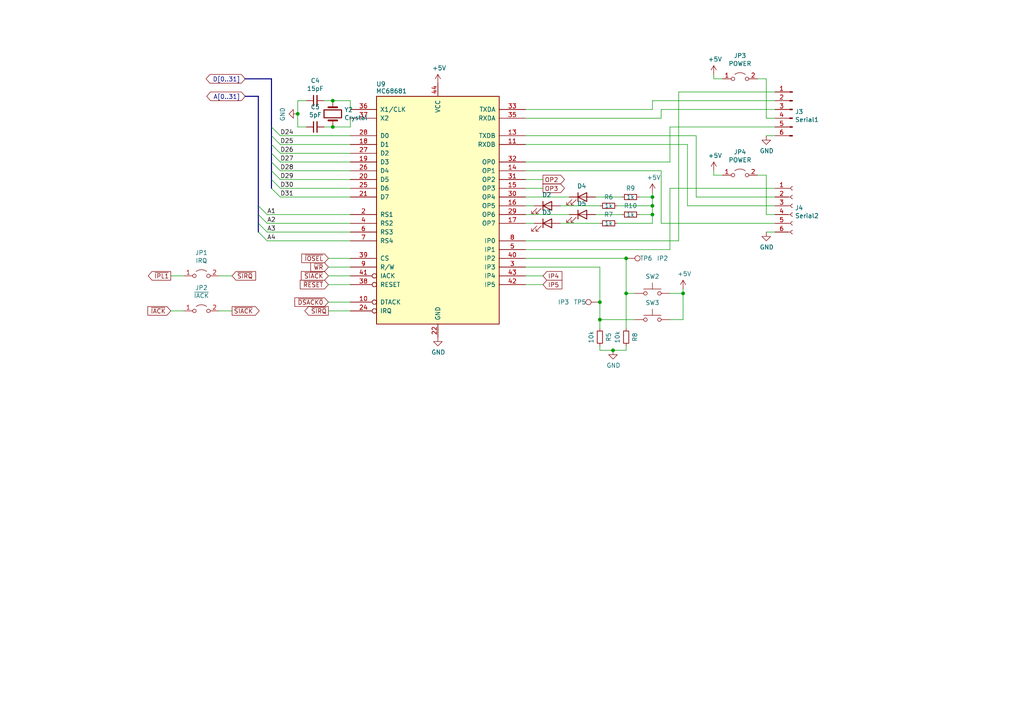
<source format=kicad_sch>
(kicad_sch (version 20231120) (generator "eeschema") (generator_version "8.0")
  (paper "A4")
  (title_block (title "k30s-VME") (rev "1"))
  (lib_symbols
    (symbol "74xGxx:74LVC1G32" (pin_names (offset 1.016))
      (property "Reference" "U" (at -2.54 3.81 0))
      (property "Value" "74LVC1G32" (at 0 -3.81 0))
      (symbol "74LVC1G32_1_1"
        (pin input line (at -7.62 1.27 0) (length 3.81) (name "~") (number "1"))
        (pin input line (at -7.62 -1.27 0) (length 3.81) (name "~") (number "2"))
        (pin power_in line (at 0 -2.54 270) (length 0) hide (name "GND") (number "3"))
        (pin output line (at 6.35 0 180) (length 3.81) (name "~") (number "4"))
        (pin power_in line (at 0 2.54 90) (length 0) hide (name "VCC") (number "5"))
      )
    )
    (symbol "74xx:74HC14" (pin_names (offset 1.016))
      (property "Reference" "U" (at 0 1.27 0))
      (property "Value" "74HC14" (at 0 -1.27 0))
      (symbol "74HC14_1_0"
        (pin input line (at -7.62 0 0) (length 3.81) (name "~") (number "1"))
        (pin output inverted (at 7.62 0 180) (length 3.81) (name "~") (number "2"))
      )
      (symbol "74HC14_2_0"
        (pin input line (at -7.62 0 0) (length 3.81) (name "~") (number "3"))
        (pin output inverted (at 7.62 0 180) (length 3.81) (name "~") (number "4"))
      )
      (symbol "74HC14_3_0"
        (pin input line (at -7.62 0 0) (length 3.81) (name "~") (number "5"))
        (pin output inverted (at 7.62 0 180) (length 3.81) (name "~") (number "6"))
      )
      (symbol "74HC14_4_0"
        (pin output inverted (at 7.62 0 180) (length 3.81) (name "~") (number "8"))
        (pin input line (at -7.62 0 0) (length 3.81) (name "~") (number "9"))
      )
      (symbol "74HC14_5_0"
        (pin output inverted (at 7.62 0 180) (length 3.81) (name "~") (number "10"))
        (pin input line (at -7.62 0 0) (length 3.81) (name "~") (number "11"))
      )
      (symbol "74HC14_6_0"
        (pin output inverted (at 7.62 0 180) (length 3.81) (name "~") (number "12"))
        (pin input line (at -7.62 0 0) (length 3.81) (name "~") (number "13"))
      )
      (symbol "74HC14_7_0"
        (pin power_in line (at 0 12.7 270) (length 5.08) (name "VCC") (number "14"))
        (pin power_in line (at 0 -12.7 90) (length 5.08) (name "GND") (number "7"))
      )
    )
    (symbol "74xx:74LS32" (pin_names (offset 1.016))
      (property "Reference" "U" (at 0 1.27 0))
      (property "Value" "74LS32" (at 0 -1.27 0))
      (symbol "74LS32_1_1"
        (pin input line (at -7.62 2.54 0) (length 4.318) (name "~") (number "1"))
        (pin input line (at -7.62 -2.54 0) (length 4.318) (name "~") (number "2"))
        (pin output line (at 7.62 0 180) (length 3.81) (name "~") (number "3"))
      )
      (symbol "74LS32_1_2"
        (pin input inverted (at -7.62 2.54 0) (length 3.81) (name "~") (number "1"))
        (pin input inverted (at -7.62 -2.54 0) (length 3.81) (name "~") (number "2"))
        (pin output inverted (at 7.62 0 180) (length 3.81) (name "~") (number "3"))
      )
      (symbol "74LS32_2_1"
        (pin input line (at -7.62 2.54 0) (length 4.318) (name "~") (number "4"))
        (pin input line (at -7.62 -2.54 0) (length 4.318) (name "~") (number "5"))
        (pin output line (at 7.62 0 180) (length 3.81) (name "~") (number "6"))
      )
      (symbol "74LS32_2_2"
        (pin input inverted (at -7.62 2.54 0) (length 3.81) (name "~") (number "4"))
        (pin input inverted (at -7.62 -2.54 0) (length 3.81) (name "~") (number "5"))
        (pin output inverted (at 7.62 0 180) (length 3.81) (name "~") (number "6"))
      )
      (symbol "74LS32_3_1"
        (pin input line (at -7.62 -2.54 0) (length 4.318) (name "~") (number "10"))
        (pin output line (at 7.62 0 180) (length 3.81) (name "~") (number "8"))
        (pin input line (at -7.62 2.54 0) (length 4.318) (name "~") (number "9"))
      )
      (symbol "74LS32_3_2"
        (pin input inverted (at -7.62 -2.54 0) (length 3.81) (name "~") (number "10"))
        (pin output inverted (at 7.62 0 180) (length 3.81) (name "~") (number "8"))
        (pin input inverted (at -7.62 2.54 0) (length 3.81) (name "~") (number "9"))
      )
      (symbol "74LS32_4_1"
        (pin output line (at 7.62 0 180) (length 3.81) (name "~") (number "11"))
        (pin input line (at -7.62 2.54 0) (length 4.318) (name "~") (number "12"))
        (pin input line (at -7.62 -2.54 0) (length 4.318) (name "~") (number "13"))
      )
      (symbol "74LS32_4_2"
        (pin output inverted (at 7.62 0 180) (length 3.81) (name "~") (number "11"))
        (pin input inverted (at -7.62 2.54 0) (length 3.81) (name "~") (number "12"))
        (pin input inverted (at -7.62 -2.54 0) (length 3.81) (name "~") (number "13"))
      )
      (symbol "74LS32_5_0"
        (pin power_in line (at 0 12.7 270) (length 5.08) (name "VCC") (number "14"))
        (pin power_in line (at 0 -12.7 90) (length 5.08) (name "GND") (number "7"))
      )
    )
    (symbol "Computie_68k:MC68681-PLCC" (pin_names (offset 1.016))
      (property "Reference" "U" (at 0 3.81 0))
      (property "Value" "MC68681-PLCC" (at 0 -2.54 0))
      (symbol "MC68681-PLCC_1_1"
        (pin open_collector inverted (at -25.4 -25.4 0) (length 7.62) (name "DTACK") (number "10"))
        (pin input line (at 25.4 20.32 180) (length 7.62) (name "RXDB") (number "11"))
        (pin output line (at 25.4 22.86 180) (length 7.62) (name "TXDB") (number "13"))
        (pin output line (at 25.4 12.7 180) (length 7.62) (name "OP1") (number "14"))
        (pin output line (at 25.4 7.62 180) (length 7.62) (name "OP3") (number "15"))
        (pin output line (at 25.4 2.54 180) (length 7.62) (name "OP5") (number "16"))
        (pin output line (at 25.4 -2.54 180) (length 7.62) (name "OP7") (number "17"))
        (pin tri_state line (at -25.4 20.32 0) (length 7.62) (name "D1") (number "18"))
        (pin tri_state line (at -25.4 15.24 0) (length 7.62) (name "D3") (number "19"))
        (pin input line (at -25.4 0 0) (length 7.62) (name "RS1") (number "2"))
        (pin tri_state line (at -25.4 10.16 0) (length 7.62) (name "D5") (number "20"))
        (pin tri_state line (at -25.4 5.08 0) (length 7.62) (name "D7") (number "21"))
        (pin power_in line (at 0 -35.56 90) (length 3.81) (name "GND") (number "22"))
        (pin output inverted (at -25.4 -27.94 0) (length 7.62) (name "IRQ") (number "24"))
        (pin tri_state line (at -25.4 7.62 0) (length 7.62) (name "D6") (number "25"))
        (pin tri_state line (at -25.4 12.7 0) (length 7.62) (name "D4") (number "26"))
        (pin tri_state line (at -25.4 17.78 0) (length 7.62) (name "D2") (number "27"))
        (pin tri_state line (at -25.4 22.86 0) (length 7.62) (name "D0") (number "28"))
        (pin output line (at 25.4 0 180) (length 7.62) (name "OP6") (number "29"))
        (pin input line (at 25.4 -15.24 180) (length 7.62) (name "IP3") (number "3"))
        (pin output line (at 25.4 5.08 180) (length 7.62) (name "OP4") (number "30"))
        (pin output line (at 25.4 10.16 180) (length 7.62) (name "OP2") (number "31"))
        (pin output line (at 25.4 15.24 180) (length 7.62) (name "OP0") (number "32"))
        (pin output line (at 25.4 30.48 180) (length 7.62) (name "TXDA") (number "33"))
        (pin input line (at 25.4 27.94 180) (length 7.62) (name "RXDA") (number "35"))
        (pin input line (at -25.4 30.48 0) (length 7.62) (name "X1/CLK") (number "36"))
        (pin input line (at -25.4 27.94 0) (length 7.62) (name "X2") (number "37"))
        (pin input inverted (at -25.4 -20.32 0) (length 7.62) (name "RESET") (number "38"))
        (pin input line (at -25.4 -12.7 0) (length 7.62) (name "CS") (number "39"))
        (pin input line (at -25.4 -2.54 0) (length 7.62) (name "RS2") (number "4"))
        (pin input line (at 25.4 -12.7 180) (length 7.62) (name "IP2") (number "40"))
        (pin input inverted (at -25.4 -17.78 0) (length 7.62) (name "IACK") (number "41"))
        (pin input line (at 25.4 -20.32 180) (length 7.62) (name "IP5") (number "42"))
        (pin input line (at 25.4 -17.78 180) (length 7.62) (name "IP4") (number "43"))
        (pin power_in line (at 0 38.1 270) (length 3.81) (name "VCC") (number "44"))
        (pin input line (at 25.4 -10.16 180) (length 7.62) (name "IP1") (number "5"))
        (pin input line (at -25.4 -5.08 0) (length 7.62) (name "RS3") (number "6"))
        (pin input line (at -25.4 -7.62 0) (length 7.62) (name "RS4") (number "7"))
        (pin input line (at 25.4 -7.62 180) (length 7.62) (name "IP0") (number "8"))
        (pin input line (at -25.4 -15.24 0) (length 7.62) (name "R/W") (number "9"))
      )
    )
    (symbol "Connector:Conn_01x06_Female" (pin_names (offset 1.016) hide)
      (property "Reference" "J" (at 0 7.62 0))
      (property "Value" "Conn_01x06_Female" (at 0 -10.16 0))
      (symbol "Conn_01x06_Female_1_1"
        (pin passive line (at -5.08 5.08 0) (length 3.81) (name "Pin_1") (number "1"))
        (pin passive line (at -5.08 2.54 0) (length 3.81) (name "Pin_2") (number "2"))
        (pin passive line (at -5.08 0 0) (length 3.81) (name "Pin_3") (number "3"))
        (pin passive line (at -5.08 -2.54 0) (length 3.81) (name "Pin_4") (number "4"))
        (pin passive line (at -5.08 -5.08 0) (length 3.81) (name "Pin_5") (number "5"))
        (pin passive line (at -5.08 -7.62 0) (length 3.81) (name "Pin_6") (number "6"))
      )
    )
    (symbol "Connector:Conn_01x06_Male" (pin_names (offset 1.016) hide)
      (property "Reference" "J" (at 0 7.62 0))
      (property "Value" "Conn_01x06_Male" (at 0 -10.16 0))
      (symbol "Conn_01x06_Male_1_1"
        (pin passive line (at 5.08 5.08 180) (length 3.81) (name "Pin_1") (number "1"))
        (pin passive line (at 5.08 2.54 180) (length 3.81) (name "Pin_2") (number "2"))
        (pin passive line (at 5.08 0 180) (length 3.81) (name "Pin_3") (number "3"))
        (pin passive line (at 5.08 -2.54 180) (length 3.81) (name "Pin_4") (number "4"))
        (pin passive line (at 5.08 -5.08 180) (length 3.81) (name "Pin_5") (number "5"))
        (pin passive line (at 5.08 -7.62 180) (length 3.81) (name "Pin_6") (number "6"))
      )
    )
    (symbol "Connector:TestPoint" (pin_numbers hide) (pin_names (offset 0.762) hide)
      (property "Reference" "TP" (at 0 6.858 0))
      (property "Value" "TestPoint" (at 0 5.08 0))
      (symbol "TestPoint_1_1"
        (pin passive line (at 0 0 90) (length 2.54) (name "1") (number "1"))
      )
    )
    (symbol "Connector_Generic:Conn_02x25_Top_Bottom" (pin_names (offset 1.016) hide)
      (property "Reference" "J" (at 1.27 33.02 0))
      (property "Value" "Conn_02x25_Top_Bottom" (at 1.27 -33.02 0))
      (symbol "Conn_02x25_Top_Bottom_1_1"
        (pin passive line (at -5.08 30.48 0) (length 3.81) (name "Pin_1") (number "1"))
        (pin passive line (at -5.08 7.62 0) (length 3.81) (name "Pin_10") (number "10"))
        (pin passive line (at -5.08 5.08 0) (length 3.81) (name "Pin_11") (number "11"))
        (pin passive line (at -5.08 2.54 0) (length 3.81) (name "Pin_12") (number "12"))
        (pin passive line (at -5.08 0 0) (length 3.81) (name "Pin_13") (number "13"))
        (pin passive line (at -5.08 -2.54 0) (length 3.81) (name "Pin_14") (number "14"))
        (pin passive line (at -5.08 -5.08 0) (length 3.81) (name "Pin_15") (number "15"))
        (pin passive line (at -5.08 -7.62 0) (length 3.81) (name "Pin_16") (number "16"))
        (pin passive line (at -5.08 -10.16 0) (length 3.81) (name "Pin_17") (number "17"))
        (pin passive line (at -5.08 -12.7 0) (length 3.81) (name "Pin_18") (number "18"))
        (pin passive line (at -5.08 -15.24 0) (length 3.81) (name "Pin_19") (number "19"))
        (pin passive line (at -5.08 27.94 0) (length 3.81) (name "Pin_2") (number "2"))
        (pin passive line (at -5.08 -17.78 0) (length 3.81) (name "Pin_20") (number "20"))
        (pin passive line (at -5.08 -20.32 0) (length 3.81) (name "Pin_21") (number "21"))
        (pin passive line (at -5.08 -22.86 0) (length 3.81) (name "Pin_22") (number "22"))
        (pin passive line (at -5.08 -25.4 0) (length 3.81) (name "Pin_23") (number "23"))
        (pin passive line (at -5.08 -27.94 0) (length 3.81) (name "Pin_24") (number "24"))
        (pin passive line (at -5.08 -30.48 0) (length 3.81) (name "Pin_25") (number "25"))
        (pin passive line (at 7.62 30.48 180) (length 3.81) (name "Pin_26") (number "26"))
        (pin passive line (at 7.62 27.94 180) (length 3.81) (name "Pin_27") (number "27"))
        (pin passive line (at 7.62 25.4 180) (length 3.81) (name "Pin_28") (number "28"))
        (pin passive line (at 7.62 22.86 180) (length 3.81) (name "Pin_29") (number "29"))
        (pin passive line (at -5.08 25.4 0) (length 3.81) (name "Pin_3") (number "3"))
        (pin passive line (at 7.62 20.32 180) (length 3.81) (name "Pin_30") (number "30"))
        (pin passive line (at 7.62 17.78 180) (length 3.81) (name "Pin_31") (number "31"))
        (pin passive line (at 7.62 15.24 180) (length 3.81) (name "Pin_32") (number "32"))
        (pin passive line (at 7.62 12.7 180) (length 3.81) (name "Pin_33") (number "33"))
        (pin passive line (at 7.62 10.16 180) (length 3.81) (name "Pin_34") (number "34"))
        (pin passive line (at 7.62 7.62 180) (length 3.81) (name "Pin_35") (number "35"))
        (pin passive line (at 7.62 5.08 180) (length 3.81) (name "Pin_36") (number "36"))
        (pin passive line (at 7.62 2.54 180) (length 3.81) (name "Pin_37") (number "37"))
        (pin passive line (at 7.62 0 180) (length 3.81) (name "Pin_38") (number "38"))
        (pin passive line (at 7.62 -2.54 180) (length 3.81) (name "Pin_39") (number "39"))
        (pin passive line (at -5.08 22.86 0) (length 3.81) (name "Pin_4") (number "4"))
        (pin passive line (at 7.62 -5.08 180) (length 3.81) (name "Pin_40") (number "40"))
        (pin passive line (at 7.62 -7.62 180) (length 3.81) (name "Pin_41") (number "41"))
        (pin passive line (at 7.62 -10.16 180) (length 3.81) (name "Pin_42") (number "42"))
        (pin passive line (at 7.62 -12.7 180) (length 3.81) (name "Pin_43") (number "43"))
        (pin passive line (at 7.62 -15.24 180) (length 3.81) (name "Pin_44") (number "44"))
        (pin passive line (at 7.62 -17.78 180) (length 3.81) (name "Pin_45") (number "45"))
        (pin passive line (at 7.62 -20.32 180) (length 3.81) (name "Pin_46") (number "46"))
        (pin passive line (at 7.62 -22.86 180) (length 3.81) (name "Pin_47") (number "47"))
        (pin passive line (at 7.62 -25.4 180) (length 3.81) (name "Pin_48") (number "48"))
        (pin passive line (at 7.62 -27.94 180) (length 3.81) (name "Pin_49") (number "49"))
        (pin passive line (at -5.08 20.32 0) (length 3.81) (name "Pin_5") (number "5"))
        (pin passive line (at 7.62 -30.48 180) (length 3.81) (name "Pin_50") (number "50"))
        (pin passive line (at -5.08 17.78 0) (length 3.81) (name "Pin_6") (number "6"))
        (pin passive line (at -5.08 15.24 0) (length 3.81) (name "Pin_7") (number "7"))
        (pin passive line (at -5.08 12.7 0) (length 3.81) (name "Pin_8") (number "8"))
        (pin passive line (at -5.08 10.16 0) (length 3.81) (name "Pin_9") (number "9"))
      )
    )
    (symbol "Device:C_Small" (pin_numbers hide) (pin_names (offset 0.254) hide)
      (property "Reference" "C" (at 0.254 1.778 0))
      (property "Value" "C_Small" (at 0.254 -2.032 0))
      (symbol "C_Small_1_1"
        (pin passive line (at 0 2.54 270) (length 2.032) (name "~") (number "1"))
        (pin passive line (at 0 -2.54 90) (length 2.032) (name "~") (number "2"))
      )
    )
    (symbol "Device:Crystal" (pin_numbers hide) (pin_names (offset 1.016) hide)
      (property "Reference" "Y" (at 0 3.81 0))
      (property "Value" "Crystal" (at 0 -3.81 0))
      (symbol "Crystal_1_1"
        (pin passive line (at -3.81 0 0) (length 1.27) (name "1") (number "1"))
        (pin passive line (at 3.81 0 180) (length 1.27) (name "2") (number "2"))
      )
    )
    (symbol "Device:LED" (pin_numbers hide) (pin_names (offset 1.016) hide)
      (property "Reference" "D" (at 0 2.54 0))
      (property "Value" "LED" (at 0 -2.54 0))
      (symbol "LED_1_1"
        (pin passive line (at -3.81 0 0) (length 2.54) (name "K") (number "1"))
        (pin passive line (at 3.81 0 180) (length 2.54) (name "A") (number "2"))
      )
    )
    (symbol "Device:R_Small" (pin_numbers hide) (pin_names (offset 0.254) hide)
      (property "Reference" "R" (at 0.762 0.508 0))
      (property "Value" "R_Small" (at 0.762 -1.016 0))
      (symbol "R_Small_1_1"
        (pin passive line (at 0 2.54 270) (length 0.762) (name "~") (number "1"))
        (pin passive line (at 0 -2.54 90) (length 0.762) (name "~") (number "2"))
      )
    )
    (symbol "Jumper:Jumper_2_Open" (pin_names (offset 0) hide)
      (property "Reference" "JP" (at 0 2.794 0))
      (property "Value" "Jumper_2_Open" (at 0 -2.286 0))
      (symbol "Jumper_2_Open_1_1"
        (pin passive line (at -5.08 0 0) (length 2.54) (name "A") (number "1"))
        (pin passive line (at 5.08 0 180) (length 2.54) (name "B") (number "2"))
      )
    )
    (symbol "Switch:SW_Push" (pin_numbers hide) (pin_names (offset 1.016) hide)
      (property "Reference" "SW" (at 1.27 2.54 0))
      (property "Value" "SW_Push" (at 0 -1.524 0))
      (symbol "SW_Push_0_1"
        (pin passive line (at -5.08 0 0) (length 2.54) (name "1") (number "1"))
        (pin passive line (at 5.08 0 180) (length 2.54) (name "2") (number "2"))
      )
    )
    (symbol "power:+5V" (power) (pin_names (offset 0))
      (property "Value" "+5V" (at 0 3.556 0))
      (symbol "+5V_1_1"
        (pin power_in line (at 0 0 90) (length 0) hide (name "+5V") (number "1"))
      )
    )
    (symbol "power:GND" (power) (pin_names (offset 0))
      (property "Value" "GND" (at 0 -3.81 0))
      (symbol "GND_1_1"
        (pin power_in line (at 0 0 270) (length 0) hide (name "GND") (number "1"))
      )
    )
  )
  (junction (at -76.2 156.21))
  (junction (at 173.99 87.63))
  (junction (at 96.52 36.83))
  (junction (at -85.09 156.21))
  (junction (at 177.8 101.6))
  (junction (at 86.36 33.02))
  (junction (at -76.2 140.97))
  (junction (at -100.33 114.3))
  (junction (at -76.2 146.05))
  (junction (at 198.12 85.09))
  (junction (at 189.23 59.69))
  (junction (at -76.2 143.51))
  (junction (at -38.1 153.67))
  (junction (at -76.2 158.75))
  (junction (at 173.99 92.71))
  (junction (at 181.61 74.93))
  (junction (at 189.23 57.15))
  (junction (at -76.2 161.29))
  (junction (at -76.2 148.59))
  (junction (at -38.1 148.59))
  (junction (at 181.61 85.09))
  (junction (at 96.52 29.21))
  (junction (at 189.23 62.23))
  (no_connect (at -62.23 158.75))
  (no_connect (at -74.93 181.61))
  (no_connect (at -62.23 151.13))
  (no_connect (at -62.23 123.19))
  (no_connect (at -62.23 140.97))
  (no_connect (at -62.23 166.37))
  (no_connect (at -74.93 184.15))
  (no_connect (at -62.23 171.45))
  (no_connect (at -62.23 173.99))
  (bus_entry (at 81.28 44.45) (size -2.54 -2.54))
  (bus_entry (at 81.28 39.37) (size -2.54 -2.54))
  (bus_entry (at -39.37 138.43) (size 2.54 -2.54))
  (bus_entry (at 81.28 41.91) (size -2.54 -2.54))
  (bus_entry (at 77.47 67.31) (size -2.54 -2.54))
  (bus_entry (at 77.47 64.77) (size -2.54 -2.54))
  (bus_entry (at 81.28 46.99) (size -2.54 -2.54))
  (bus_entry (at -88.9 179.07) (size -2.54 -2.54))
  (bus_entry (at 77.47 62.23) (size -2.54 -2.54))
  (bus_entry (at -88.9 135.89) (size -2.54 -2.54))
  (bus_entry (at -88.9 173.99) (size -2.54 -2.54))
  (bus_entry (at -88.9 125.73) (size -2.54 -2.54))
  (bus_entry (at -88.9 133.35) (size -2.54 -2.54))
  (bus_entry (at 81.28 54.61) (size -2.54 -2.54))
  (bus_entry (at -97.79 171.45) (size -2.54 -2.54))
  (bus_entry (at 81.28 52.07) (size -2.54 -2.54))
  (bus_entry (at 81.28 49.53) (size -2.54 -2.54))
  (bus_entry (at -97.79 138.43) (size -2.54 -2.54))
  (bus_entry (at -88.9 176.53) (size -2.54 -2.54))
  (bus_entry (at 77.47 69.85) (size -2.54 -2.54))
  (bus_entry (at -88.9 130.81) (size -2.54 -2.54))
  (bus_entry (at -88.9 128.27) (size -2.54 -2.54))
  (bus_entry (at -97.79 168.91) (size -2.54 -2.54))
  (bus_entry (at -97.79 166.37) (size -2.54 -2.54))
  (bus_entry (at 81.28 57.15) (size -2.54 -2.54))
  (wire (pts (xy 198.12 83.82) (xy 198.12 85.09)))
  (wire (pts (xy -62.23 161.29) (xy -57.15 161.29)))
  (wire (pts (xy 196.85 69.85) (xy 152.4 69.85)))
  (wire (pts (xy -74.93 125.73) (xy -88.9 125.73)))
  (wire (pts (xy -74.93 166.37) (xy -97.79 166.37)))
  (wire (pts (xy 194.31 36.83) (xy 194.31 46.99)))
  (wire (pts (xy 173.99 92.71) (xy 173.99 95.25)))
  (wire (pts (xy 95.25 74.93) (xy 101.6 74.93)))
  (wire (pts (xy 157.48 82.55) (xy 152.4 82.55)))
  (wire (pts (xy 191.77 34.29) (xy 191.77 31.75)))
  (wire (pts (xy 181.61 100.33) (xy 181.61 101.6)))
  (wire (pts (xy -74.93 128.27) (xy -88.9 128.27)))
  (wire (pts (xy 201.93 57.15) (xy 224.79 57.15)))
  (wire (pts (xy 152.4 74.93) (xy 181.61 74.93)))
  (wire (pts (xy -76.2 156.21) (xy -85.09 156.21)))
  (bus (pts (xy 71.12 27.94) (xy 74.93 27.94)))
  (wire (pts (xy -125.73 96.52) (xy -99.06 96.52)))
  (bus (pts (xy 78.74 44.45) (xy 78.74 46.99)))
  (bus (pts (xy 74.93 59.69) (xy 74.93 62.23)))
  (wire (pts (xy 189.23 59.69) (xy 179.07 59.69)))
  (wire (pts (xy 224.79 67.31) (xy 222.25 67.31)))
  (wire (pts (xy 154.94 64.77) (xy 152.4 64.77)))
  (wire (pts (xy 222.25 22.86) (xy 222.25 34.29)))
  (wire (pts (xy -74.93 133.35) (xy -88.9 133.35)))
  (wire (pts (xy 101.6 46.99) (xy 81.28 46.99)))
  (wire (pts (xy 189.23 57.15) (xy 189.23 59.69)))
  (wire (pts (xy -85.09 140.97) (xy -85.09 156.21)))
  (wire (pts (xy -124.46 151.13) (xy -119.38 151.13)))
  (wire (pts (xy 222.25 62.23) (xy 224.79 62.23)))
  (bus (pts (xy 78.74 36.83) (xy 78.74 39.37)))
  (wire (pts (xy 181.61 85.09) (xy 181.61 95.25)))
  (wire (pts (xy 191.77 64.77) (xy 191.77 49.53)))
  (wire (pts (xy -74.93 146.05) (xy -76.2 146.05)))
  (wire (pts (xy 196.85 26.67) (xy 196.85 69.85)))
  (bus (pts (xy 78.74 52.07) (xy 78.74 54.61)))
  (wire (pts (xy -76.2 148.59) (xy -76.2 146.05)))
  (wire (pts (xy 157.48 80.01) (xy 152.4 80.01)))
  (wire (pts (xy 189.23 64.77) (xy 189.23 62.23)))
  (wire (pts (xy 184.15 92.71) (xy 173.99 92.71)))
  (wire (pts (xy -85.09 93.98) (xy -82.55 93.98)))
  (wire (pts (xy 93.98 29.21) (xy 96.52 29.21)))
  (wire (pts (xy -62.23 168.91) (xy -38.1 168.91)))
  (wire (pts (xy -62.23 143.51) (xy -57.15 143.51)))
  (wire (pts (xy 181.61 85.09) (xy 184.15 85.09)))
  (wire (pts (xy 101.6 34.29) (xy 101.6 36.83)))
  (bus (pts (xy -100.33 135.89) (xy -100.33 163.83)))
  (bus (pts (xy -91.44 133.35) (xy -91.44 171.45)))
  (wire (pts (xy 207.01 21.59) (xy 207.01 22.86)))
  (wire (pts (xy -76.2 156.21) (xy -76.2 158.75)))
  (wire (pts (xy -74.93 130.81) (xy -88.9 130.81)))
  (wire (pts (xy 198.12 85.09) (xy 194.31 85.09)))
  (bus (pts (xy 78.74 41.91) (xy 78.74 44.45)))
  (wire (pts (xy -38.1 168.91) (xy -38.1 153.67)))
  (wire (pts (xy 180.34 62.23) (xy 172.72 62.23)))
  (wire (pts (xy 173.99 77.47) (xy 152.4 77.47)))
  (wire (pts (xy -76.2 143.51) (xy -76.2 140.97)))
  (wire (pts (xy -62.23 153.67) (xy -38.1 153.67)))
  (wire (pts (xy 101.6 29.21) (xy 101.6 31.75)))
  (wire (pts (xy -80.01 123.19) (xy -74.93 123.19)))
  (wire (pts (xy -39.37 138.43) (xy -62.23 138.43)))
  (bus (pts (xy -91.44 130.81) (xy -91.44 133.35)))
  (wire (pts (xy -146.05 134.62) (xy -139.7 134.62)))
  (bus (pts (xy -91.44 109.22) (xy -91.44 123.19)))
  (wire (pts (xy 152.4 52.07) (xy 157.48 52.07)))
  (wire (pts (xy 101.6 49.53) (xy 81.28 49.53)))
  (wire (pts (xy 95.25 77.47) (xy 101.6 77.47)))
  (wire (pts (xy -99.06 91.44) (xy -99.06 92.71)))
  (wire (pts (xy 199.39 59.69) (xy 224.79 59.69)))
  (wire (pts (xy -74.93 148.59) (xy -76.2 148.59)))
  (wire (pts (xy 189.23 31.75) (xy 189.23 29.21)))
  (bus (pts (xy 74.93 27.94) (xy 74.93 59.69)))
  (wire (pts (xy 191.77 31.75) (xy 224.79 31.75)))
  (bus (pts (xy 74.93 62.23) (xy 74.93 64.77)))
  (bus (pts (xy -91.44 123.19) (xy -91.44 125.73)))
  (wire (pts (xy 189.23 62.23) (xy 185.42 62.23)))
  (bus (pts (xy 78.74 22.86) (xy 71.12 22.86)))
  (wire (pts (xy -74.93 179.07) (xy -88.9 179.07)))
  (wire (pts (xy 101.6 69.85) (xy 77.47 69.85)))
  (wire (pts (xy 96.52 29.21) (xy 101.6 29.21)))
  (bus (pts (xy -100.33 163.83) (xy -100.33 166.37)))
  (wire (pts (xy -74.93 168.91) (xy -97.79 168.91)))
  (wire (pts (xy -120.65 91.44) (xy -118.11 91.44)))
  (wire (pts (xy 86.36 29.21) (xy 86.36 33.02)))
  (wire (pts (xy -91.44 97.79) (xy -85.09 97.79)))
  (wire (pts (xy 101.6 36.83) (xy 96.52 36.83)))
  (wire (pts (xy 194.31 54.61) (xy 194.31 72.39)))
  (wire (pts (xy -76.2 146.05) (xy -76.2 143.51)))
  (wire (pts (xy 194.31 36.83) (xy 224.79 36.83)))
  (wire (pts (xy 95.25 80.01) (xy 101.6 80.01)))
  (wire (pts (xy 181.61 74.93) (xy 181.61 85.09)))
  (wire (pts (xy 152.4 34.29) (xy 191.77 34.29)))
  (wire (pts (xy 101.6 64.77) (xy 77.47 64.77)))
  (wire (pts (xy -74.93 151.13) (xy -76.2 151.13)))
  (wire (pts (xy -99.06 96.52) (xy -99.06 95.25)))
  (wire (pts (xy 194.31 46.99) (xy 152.4 46.99)))
  (wire (pts (xy -80.01 116.84) (xy -80.01 123.19)))
  (wire (pts (xy -97.79 171.45) (xy -91.44 171.45)))
  (wire (pts (xy 101.6 41.91) (xy 81.28 41.91)))
  (wire (pts (xy 194.31 92.71) (xy 198.12 92.71)))
  (bus (pts (xy -36.83 114.3) (xy -36.83 135.89)))
  (wire (pts (xy 101.6 62.23) (xy 77.47 62.23)))
  (wire (pts (xy 224.79 64.77) (xy 191.77 64.77)))
  (bus (pts (xy 78.74 46.99) (xy 78.74 49.53)))
  (wire (pts (xy 154.94 59.69) (xy 152.4 59.69)))
  (wire (pts (xy 101.6 44.45) (xy 81.28 44.45)))
  (wire (pts (xy 63.5 90.17) (xy 67.31 90.17)))
  (wire (pts (xy 101.6 57.15) (xy 81.28 57.15)))
  (bus (pts (xy 78.74 39.37) (xy 78.74 41.91)))
  (wire (pts (xy 152.4 31.75) (xy 189.23 31.75)))
  (wire (pts (xy 191.77 49.53) (xy 152.4 49.53)))
  (wire (pts (xy 95.25 87.63) (xy 101.6 87.63)))
  (bus (pts (xy -100.33 114.3) (xy -100.33 135.89)))
  (wire (pts (xy 49.53 90.17) (xy 53.34 90.17)))
  (wire (pts (xy 196.85 26.67) (xy 224.79 26.67)))
  (wire (pts (xy 198.12 92.71) (xy 198.12 85.09)))
  (wire (pts (xy 157.48 54.61) (xy 152.4 54.61)))
  (wire (pts (xy 86.36 36.83) (xy 88.9 36.83)))
  (bus (pts (xy -100.33 166.37) (xy -100.33 168.91)))
  (wire (pts (xy -74.93 173.99) (xy -88.9 173.99)))
  (wire (pts (xy 194.31 72.39) (xy 152.4 72.39)))
  (wire (pts (xy 173.99 59.69) (xy 162.56 59.69)))
  (wire (pts (xy 49.53 80.01) (xy 53.34 80.01)))
  (wire (pts (xy 180.34 57.15) (xy 172.72 57.15)))
  (bus (pts (xy 78.74 49.53) (xy 78.74 52.07)))
  (wire (pts (xy 179.07 64.77) (xy 189.23 64.77)))
  (wire (pts (xy -62.23 163.83) (xy -57.15 163.83)))
  (wire (pts (xy 173.99 87.63) (xy 173.99 92.71)))
  (wire (pts (xy 177.8 101.6) (xy 173.99 101.6)))
  (wire (pts (xy -62.23 146.05) (xy -57.15 146.05)))
  (wire (pts (xy 181.61 101.6) (xy 177.8 101.6)))
  (wire (pts (xy 207.01 49.53) (xy 207.01 50.8)))
  (wire (pts (xy 101.6 67.31) (xy 77.47 67.31)))
  (wire (pts (xy -76.2 161.29) (xy -76.2 158.75)))
  (wire (pts (xy 189.23 57.15) (xy 185.42 57.15)))
  (wire (pts (xy -102.87 91.44) (xy -99.06 91.44)))
  (wire (pts (xy 207.01 50.8) (xy 209.55 50.8)))
  (bus (pts (xy -91.44 171.45) (xy -91.44 173.99)))
  (wire (pts (xy 173.99 77.47) (xy 173.99 87.63)))
  (wire (pts (xy 173.99 64.77) (xy 162.56 64.77)))
  (wire (pts (xy -76.2 140.97) (xy -74.93 140.97)))
  (wire (pts (xy -74.93 138.43) (xy -97.79 138.43)))
  (wire (pts (xy -76.2 158.75) (xy -74.93 158.75)))
  (wire (pts (xy -146.05 139.7) (xy -139.7 139.7)))
  (wire (pts (xy -54.61 184.15) (xy -62.23 184.15)))
  (wire (pts (xy -76.2 163.83) (xy -76.2 161.29)))
  (wire (pts (xy -38.1 148.59) (xy -62.23 148.59)))
  (wire (pts (xy -74.93 161.29) (xy -76.2 161.29)))
  (wire (pts (xy -80.01 153.67) (xy -74.93 153.67)))
  (wire (pts (xy -91.44 97.79) (xy -91.44 96.52)))
  (wire (pts (xy -38.1 153.67) (xy -38.1 148.59)))
  (wire (pts (xy -86.36 116.84) (xy -80.01 116.84)))
  (bus (pts (xy -100.33 114.3) (xy -36.83 114.3)))
  (bus (pts (xy -91.44 128.27) (xy -91.44 130.81)))
  (wire (pts (xy 152.4 39.37) (xy 201.93 39.37)))
  (wire (pts (xy -76.2 151.13) (xy -76.2 148.59)))
  (wire (pts (xy 101.6 39.37) (xy 81.28 39.37)))
  (wire (pts (xy 219.71 22.86) (xy 222.25 22.86)))
  (wire (pts (xy 165.1 62.23) (xy 152.4 62.23)))
  (wire (pts (xy -74.93 156.21) (xy -76.2 156.21)))
  (wire (pts (xy -85.09 156.21) (xy -85.09 160.02)))
  (wire (pts (xy 224.79 54.61) (xy 194.31 54.61)))
  (wire (pts (xy -146.05 148.59) (xy -139.7 148.59)))
  (wire (pts (xy -74.93 163.83) (xy -76.2 163.83)))
  (wire (pts (xy 201.93 39.37) (xy 201.93 57.15)))
  (bus (pts (xy -104.14 114.3) (xy -100.33 114.3)))
  (wire (pts (xy 88.9 29.21) (xy 86.36 29.21)))
  (wire (pts (xy 222.25 34.29) (xy 224.79 34.29)))
  (wire (pts (xy 173.99 101.6) (xy 173.99 100.33)))
  (wire (pts (xy -74.93 135.89) (xy -88.9 135.89)))
  (wire (pts (xy 189.23 55.88) (xy 189.23 57.15)))
  (wire (pts (xy 86.36 33.02) (xy 86.36 36.83)))
  (wire (pts (xy 199.39 41.91) (xy 199.39 59.69)))
  (bus (pts (xy 74.93 64.77) (xy 74.93 67.31)))
  (wire (pts (xy -74.93 176.53) (xy -88.9 176.53)))
  (wire (pts (xy 96.52 36.83) (xy 93.98 36.83)))
  (wire (pts (xy -91.44 91.44) (xy -91.44 90.17)))
  (bus (pts (xy -91.44 125.73) (xy -91.44 128.27)))
  (wire (pts (xy -62.23 156.21) (xy -43.18 156.21)))
  (bus (pts (xy -91.44 109.22) (xy -104.14 109.22)))
  (bus (pts (xy 78.74 22.86) (xy 78.74 36.83)))
  (wire (pts (xy 222.25 50.8) (xy 222.25 62.23)))
  (wire (pts (xy 95.25 90.17) (xy 101.6 90.17)))
  (wire (pts (xy -91.44 171.45) (xy -74.93 171.45)))
  (wire (pts (xy 63.5 80.01) (xy 67.31 80.01)))
  (bus (pts (xy -91.44 173.99) (xy -91.44 176.53)))
  (wire (pts (xy 101.6 52.07) (xy 81.28 52.07)))
  (wire (pts (xy -124.46 137.16) (xy -119.38 137.16)))
  (wire (pts (xy 189.23 59.69) (xy 189.23 62.23)))
  (wire (pts (xy -146.05 153.67) (xy -139.7 153.67)))
  (wire (pts (xy -76.2 143.51) (xy -74.93 143.51)))
  (wire (pts (xy 207.01 22.86) (xy 209.55 22.86)))
  (wire (pts (xy 219.71 50.8) (xy 222.25 50.8)))
  (wire (pts (xy 165.1 57.15) (xy 152.4 57.15)))
  (wire (pts (xy 101.6 54.61) (xy 81.28 54.61)))
  (wire (pts (xy 152.4 41.91) (xy 199.39 41.91)))
  (wire (pts (xy 224.79 39.37) (xy 222.25 39.37)))
  (wire (pts (xy 95.25 82.55) (xy 101.6 82.55)))
  (wire (pts (xy 189.23 29.21) (xy 224.79 29.21)))
  (wire (pts (xy -85.09 140.97) (xy -76.2 140.97)))
  (wire (pts (xy -85.09 90.17) (xy -91.44 90.17)))
  (text "COMPACT FLASH DSACK GENERATOR LOGIC" (at -120.65 81.28 0) (effects (font (size 1.27 1.27)) (justify left bottom)))
  (text "TODO: should you include the compact flash card at all?\nYou probably want to put the OR gates into the CPLD" (at -163.83 168.91 0) (effects (font (size 1.27 1.27)) (justify left bottom)))
  (label "D25" (at -88.9 176.53 0))
  (label "A1" (at 77.47 62.23 0))
  (label "D30" (at -88.9 133.35 0))
  (label "D31" (at -88.9 135.89 0))
  (label "A3" (at -97.79 166.37 0))
  (label "A3" (at 77.47 67.31 0))
  (label "D27" (at -88.9 125.73 0))
  (label "D31" (at 81.28 57.15 0))
  (label "D24" (at -88.9 173.99 0))
  (label "A5" (at -39.37 138.43 180))
  (label "A1" (at -97.79 171.45 0))
  (label "A4" (at 77.47 69.85 0))
  (label "D29" (at -88.9 130.81 0))
  (label "D26" (at 81.28 44.45 0))
  (label "D28" (at -88.9 128.27 0))
  (label "D28" (at 81.28 49.53 0))
  (label "D29" (at 81.28 52.07 0))
  (label "D26" (at -88.9 179.07 0))
  (label "A2" (at -97.79 168.91 0))
  (label "A4" (at -97.79 138.43 0))
  (label "D27" (at 81.28 46.99 0))
  (label "D30" (at 81.28 54.61 0))
  (label "A2" (at 77.47 64.77 0))
  (label "D25" (at 81.28 41.91 0))
  (label "D24" (at 81.28 39.37 0))
  (global_label "~{WR}" (shape input) (at 95.25 77.47 180) (property "Intersheetrefs" "${INTERSHEET_REFS}" (effects (hide yes))))
  (global_label "D[0..31]" (shape tri_state) (at 71.12 22.86 180) (property "Intersheetrefs" "${INTERSHEET_REFS}" (effects (hide yes))))
  (global_label "IP4" (shape input) (at 157.48 80.01 0) (property "Intersheetrefs" "${INTERSHEET_REFS}" (effects (hide yes))))
  (global_label "A[0..23]" (shape tri_state) (at -104.14 114.3 180) (property "Intersheetrefs" "${INTERSHEET_REFS}" (effects (hide yes))))
  (global_label "~{6SEL}" (shape input) (at -125.73 96.52 180) (property "Intersheetrefs" "${INTERSHEET_REFS}" (effects (hide yes))))
  (global_label "OP3" (shape output) (at 157.48 54.61 0) (property "Intersheetrefs" "${INTERSHEET_REFS}" (effects (hide yes))))
  (global_label "~{IORD}" (shape input) (at -57.15 143.51 0) (property "Intersheetrefs" "${INTERSHEET_REFS}" (effects (hide yes))))
  (global_label "~{IOSEL}" (shape input) (at 95.25 74.93 180) (property "Intersheetrefs" "${INTERSHEET_REFS}" (effects (hide yes))))
  (global_label "~{IORD}" (shape input) (at -119.38 137.16 0) (property "Intersheetrefs" "${INTERSHEET_REFS}" (effects (hide yes))))
  (global_label "~{ATA-DSACK}" (shape output) (at -82.55 93.98 0) (property "Intersheetrefs" "${INTERSHEET_REFS}" (effects (hide yes))))
  (global_label "~{6SEL}" (shape input) (at -146.05 134.62 180) (property "Intersheetrefs" "${INTERSHEET_REFS}" (effects (hide yes))))
  (global_label "ATA-READY" (shape input) (at -120.65 91.44 180) (property "Intersheetrefs" "${INTERSHEET_REFS}" (effects (hide yes))))
  (global_label "~{6SEL}" (shape input) (at -146.05 148.59 180) (property "Intersheetrefs" "${INTERSHEET_REFS}" (effects (hide yes))))
  (global_label "~{SIACK}" (shape input) (at 95.25 80.01 180) (property "Intersheetrefs" "${INTERSHEET_REFS}" (effects (hide yes))))
  (global_label "~{SIRQ}" (shape input) (at 67.31 80.01 0) (property "Intersheetrefs" "${INTERSHEET_REFS}" (effects (hide yes))))
  (global_label "~{SIRQ}" (shape output) (at 95.25 90.17 180) (property "Intersheetrefs" "${INTERSHEET_REFS}" (effects (hide yes))))
  (global_label "~{IACK}" (shape input) (at 49.53 90.17 180) (property "Intersheetrefs" "${INTERSHEET_REFS}" (effects (hide yes))))
  (global_label "A[0..31]" (shape tri_state) (at 71.12 27.94 180) (property "Intersheetrefs" "${INTERSHEET_REFS}" (effects (hide yes))))
  (global_label "~{IOWR}" (shape input) (at -119.38 151.13 0) (property "Intersheetrefs" "${INTERSHEET_REFS}" (effects (hide yes))))
  (global_label "D[0..15]" (shape tri_state) (at -104.14 109.22 180) (property "Intersheetrefs" "${INTERSHEET_REFS}" (effects (hide yes))))
  (global_label "~{DSACK0}" (shape input) (at 95.25 87.63 180) (property "Intersheetrefs" "${INTERSHEET_REFS}" (effects (hide yes))))
  (global_label "~{RD}" (shape input) (at -146.05 139.7 180) (property "Intersheetrefs" "${INTERSHEET_REFS}" (effects (hide yes))))
  (global_label "IP5" (shape input) (at 157.48 82.55 0) (property "Intersheetrefs" "${INTERSHEET_REFS}" (effects (hide yes))))
  (global_label "OP2" (shape output) (at 157.48 52.07 0) (property "Intersheetrefs" "${INTERSHEET_REFS}" (effects (hide yes))))
  (global_label "ATA-READY" (shape output) (at -57.15 163.83 0) (property "Intersheetrefs" "${INTERSHEET_REFS}" (effects (hide yes))))
  (global_label "~{RESET}" (shape input) (at -57.15 161.29 0) (property "Intersheetrefs" "${INTERSHEET_REFS}" (effects (hide yes))))
  (global_label "~{IOWR}" (shape input) (at -57.15 146.05 0) (property "Intersheetrefs" "${INTERSHEET_REFS}" (effects (hide yes))))
  (global_label "~{IPL1}" (shape output) (at 49.53 80.01 180) (property "Intersheetrefs" "${INTERSHEET_REFS}" (effects (hide yes))))
  (global_label "~{SIACK}" (shape output) (at 67.31 90.17 0) (property "Intersheetrefs" "${INTERSHEET_REFS}" (effects (hide yes))))
  (global_label "~{WR}" (shape input) (at -146.05 153.67 180) (property "Intersheetrefs" "${INTERSHEET_REFS}" (effects (hide yes))))
  (global_label "~{RESET}" (shape input) (at 95.25 82.55 180) (property "Intersheetrefs" "${INTERSHEET_REFS}" (effects (hide yes))))
  (symbol (lib_id "power:+5V") (at 127 24.13 0) (unit 1)
    (property "Reference" "#PWR023" (effects (hide yes)))
    (property "Value" "+5V" (at 127.381 19.7358 0))
    (instances (project "IVC-k30" (path "" (reference "#PWR023") (unit 1))) (project "k30-SBC" (path "" (reference "#PWR021") (unit 1))))
  )
  (symbol (lib_id "power:GND") (at 127 97.79 0) (unit 1)
    (property "Reference" "#PWR022" (effects (hide yes)))
    (property "Value" "GND" (at 127.127 102.1842 0))
    (instances (project "IVC-k30" (path "" (reference "#PWR022") (unit 1))) (project "k30-SBC" (path "" (reference "#PWR020") (unit 1))))
  )
  (symbol (lib_id "Device:Crystal") (at 96.52 33.02 90) (unit 1)
    (property "Reference" "Y2" (at 99.8474 31.8516 90) (effects (justify right)))
    (property "Value" "Crystal" (at 99.8474 34.163 90) (effects (justify right)))
    (property "Footprint" "Crystal:Crystal_HC49-4H_Vertical" (effects (hide yes)))
  )
  (symbol (lib_id "Device:C_Small") (at 91.44 29.21 90) (unit 1)
    (property "Reference" "C4" (at 91.44 23.3934 90))
    (property "Value" "15pF" (at 91.44 25.7048 90))
    (property "Footprint" "Capacitor_THT:C_Disc_D3.0mm_W2.0mm_P2.50mm" (effects (hide yes)))
    (instances (project "IVC-k30" (path "" (reference "C4") (unit 1))) (project "k30-SBC" (path "" (reference "C2") (unit 1))))
  )
  (symbol (lib_id "Device:C_Small") (at 91.44 36.83 90) (unit 1)
    (property "Reference" "C5" (at 91.44 31.0134 90))
    (property "Value" "5pF" (at 91.44 33.3248 90))
    (property "Footprint" "Capacitor_THT:C_Disc_D3.0mm_W2.0mm_P2.50mm" (effects (hide yes)))
    (instances (project "IVC-k30" (path "" (reference "C5") (unit 1))) (project "k30-SBC" (path "" (reference "C3") (unit 1))))
  )
  (symbol (lib_id "power:GND") (at 86.36 33.02 270) (unit 1)
    (property "Reference" "#PWR018" (effects (hide yes)))
    (property "Value" "GND" (at 81.9658 33.147 0))
    (instances (project "IVC-k30" (path "" (reference "#PWR018") (unit 1))) (project "k30-SBC" (path "" (reference "#PWR016") (unit 1))))
  )
  (symbol (lib_id "Connector:Conn_01x06_Male") (at 229.87 31.75 0) (mirror y) (unit 1)
    (property "Reference" "J3" (at 230.5812 32.4104 0) (effects (justify right)))
    (property "Value" "Serial1" (at 230.5812 34.7218 0) (effects (justify right)))
    (property "Footprint" "Connector_PinHeader_2.54mm:PinHeader_1x06_P2.54mm_Vertical" (effects (hide yes)))
    (instances (project "IVC-k30" (path "" (reference "J3") (unit 1))) (project "k30-SBC" (path "" (reference "J2") (unit 1))))
  )
  (symbol (lib_id "power:GND") (at 222.25 67.31 0) (unit 1)
    (property "Reference" "#PWR033" (effects (hide yes)))
    (property "Value" "GND" (at 222.377 71.7042 0))
    (instances (project "IVC-k30" (path "" (reference "#PWR033") (unit 1))) (project "k30-SBC" (path "" (reference "#PWR031") (unit 1))))
  )
  (symbol (lib_id "power:GND") (at 222.25 39.37 0) (unit 1)
    (property "Reference" "#PWR032" (effects (hide yes)))
    (property "Value" "GND" (at 222.377 43.7642 0))
    (instances (project "IVC-k30" (path "" (reference "#PWR032") (unit 1))) (project "k30-SBC" (path "" (reference "#PWR030") (unit 1))))
  )
  (symbol (lib_id "Connector:Conn_01x06_Female") (at 229.87 59.69 0) (unit 1)
    (property "Reference" "J4" (at 230.5812 60.2996 0) (effects (justify left)))
    (property "Value" "Serial2" (at 230.5812 62.611 0) (effects (justify left)))
    (property "Footprint" "Connector_PinHeader_2.54mm:PinHeader_1x06_P2.54mm_Vertical" (effects (hide yes)))
    (instances (project "IVC-k30" (path "" (reference "J4") (unit 1))) (project "k30-SBC" (path "" (reference "J3") (unit 1))))
  )
  (symbol (lib_id "Device:R_Small") (at 176.53 59.69 90) (unit 1)
    (property "Reference" "R6" (at 176.53 57.15 90))
    (property "Value" "1k" (at 176.53 59.69 90))
    (property "Footprint" "Resistor_THT:R_Axial_DIN0204_L3.6mm_D1.6mm_P5.08mm_Horizontal" (effects (hide yes)))
    (instances (project "IVC-k30" (path "" (reference "R6") (unit 1))) (project "k30-SBC" (path "" (reference "R7") (unit 1))))
  )
  (symbol (lib_id "Device:R_Small") (at 176.53 64.77 90) (unit 1)
    (property "Reference" "R7" (at 176.53 62.23 90))
    (property "Value" "1k" (at 176.53 64.77 90))
    (property "Footprint" "Resistor_THT:R_Axial_DIN0204_L3.6mm_D1.6mm_P5.08mm_Horizontal" (effects (hide yes)))
    (instances (project "IVC-k30" (path "" (reference "R7") (unit 1))) (project "k30-SBC" (path "" (reference "R8") (unit 1))))
  )
  (symbol (lib_id "Device:R_Small") (at 182.88 57.15 90) (unit 1)
    (property "Reference" "R9" (at 182.88 54.61 90))
    (property "Value" "1k" (at 182.88 57.15 90))
    (property "Footprint" "Resistor_THT:R_Axial_DIN0204_L3.6mm_D1.6mm_P5.08mm_Horizontal" (effects (hide yes)))
    (instances (project "IVC-k30" (path "" (reference "R9") (unit 1))) (project "k30-SBC" (path "" (reference "R10") (unit 1))))
  )
  (symbol (lib_id "Device:R_Small") (at 182.88 62.23 90) (unit 1)
    (property "Reference" "R10" (at 182.88 59.69 90))
    (property "Value" "1k" (at 182.88 62.23 90))
    (property "Footprint" "Resistor_THT:R_Axial_DIN0204_L3.6mm_D1.6mm_P5.08mm_Horizontal" (effects (hide yes)))
    (instances (project "IVC-k30" (path "" (reference "R10") (unit 1))) (project "k30-SBC" (path "" (reference "R11") (unit 1))))
  )
  (symbol (lib_id "power:+5V") (at 189.23 55.88 0) (unit 1)
    (property "Reference" "#PWR028" (effects (hide yes)))
    (property "Value" "+5V" (at 189.611 51.4858 0))
    (instances (project "IVC-k30" (path "" (reference "#PWR028") (unit 1))) (project "k30-SBC" (path "" (reference "#PWR026") (unit 1))))
  )
  (symbol (lib_id "Switch:SW_Push") (at 189.23 85.09 0) (unit 1)
    (property "Reference" "SW2" (at 189.23 80.1878 0))
    (property "Value" "IP2" (effects (hide yes)))
    (property "Footprint" "Button_Switch_THT:SW_PUSH_6mm" (effects (hide yes)))
    (instances (project "IVC-k30" (path "" (reference "SW2") (unit 1))) (project "k30-SBC" (path "" (reference "SW3") (unit 1))))
  )
  (symbol (lib_id "power:+5V") (at 198.12 83.82 0) (unit 1)
    (property "Reference" "#PWR029" (effects (hide yes)))
    (property "Value" "+5V" (at 198.501 79.4258 0))
    (instances (project "IVC-k30" (path "" (reference "#PWR029") (unit 1))) (project "k30-SBC" (path "" (reference "#PWR027") (unit 1))))
  )
  (symbol (lib_id "Device:R_Small") (at 181.61 97.79 0) (unit 1)
    (property "Reference" "R8" (at 184.15 97.79 90))
    (property "Value" "10k" (at 179.07 97.79 90))
    (property "Footprint" "Resistor_THT:R_Axial_DIN0204_L3.6mm_D1.6mm_P5.08mm_Horizontal" (effects (hide yes)))
    (instances (project "IVC-k30" (path "" (reference "R8") (unit 1))) (project "k30-SBC" (path "" (reference "R9") (unit 1))))
  )
  (symbol (lib_id "Device:R_Small") (at 173.99 97.79 0) (unit 1)
    (property "Reference" "R5" (at 176.53 97.79 90))
    (property "Value" "10k" (at 171.45 97.79 90))
    (property "Footprint" "Resistor_THT:R_Axial_DIN0204_L3.6mm_D1.6mm_P5.08mm_Horizontal" (effects (hide yes)))
    (instances (project "IVC-k30" (path "" (reference "R5") (unit 1))) (project "k30-SBC" (path "" (reference "R6") (unit 1))))
  )
  (symbol (lib_id "power:GND") (at 177.8 101.6 0) (unit 1)
    (property "Reference" "#PWR027" (effects (hide yes)))
    (property "Value" "GND" (at 177.927 105.9942 0))
    (instances (project "IVC-k30" (path "" (reference "#PWR027") (unit 1))) (project "k30-SBC" (path "" (reference "#PWR025") (unit 1))))
  )
  (symbol (lib_id "Switch:SW_Push") (at 189.23 92.71 0) (unit 1)
    (property "Reference" "SW3" (at 189.23 87.8078 0))
    (property "Value" "IP3" (effects (hide yes)))
    (property "Footprint" "Button_Switch_THT:SW_PUSH_6mm" (effects (hide yes)))
    (instances (project "IVC-k30" (path "" (reference "SW3") (unit 1))) (project "k30-SBC" (path "" (reference "SW4") (unit 1))))
  )
  (symbol (lib_id "Jumper:Jumper_2_Open") (at 214.63 22.86 0) (unit 1)
    (property "Reference" "JP3" (at 214.63 16.1544 0))
    (property "Value" "POWER" (at 214.63 18.4658 0))
    (property "Footprint" "Connector_PinHeader_2.54mm:PinHeader_1x02_P2.54mm_Vertical" (effects (hide yes)))
    (instances (project "IVC-k30" (path "" (reference "JP3") (unit 1))) (project "k30-SBC" (path "" (reference "JP4") (unit 1))))
  )
  (symbol (lib_id "power:+5V") (at 207.01 21.59 0) (unit 1)
    (property "Reference" "#PWR030" (effects (hide yes)))
    (property "Value" "+5V" (at 207.391 17.1958 0))
    (instances (project "IVC-k30" (path "" (reference "#PWR030") (unit 1))) (project "k30-SBC" (path "" (reference "#PWR028") (unit 1))))
  )
  (symbol (lib_id "Jumper:Jumper_2_Open") (at 214.63 50.8 0) (unit 1)
    (property "Reference" "JP4" (at 214.63 44.0944 0))
    (property "Value" "POWER" (at 214.63 46.4058 0))
    (property "Footprint" "Connector_PinHeader_2.54mm:PinHeader_1x02_P2.54mm_Vertical" (effects (hide yes)))
    (instances (project "IVC-k30" (path "" (reference "JP4") (unit 1))) (project "k30-SBC" (path "" (reference "JP5") (unit 1))))
  )
  (symbol (lib_id "power:+5V") (at 207.01 49.53 0) (unit 1)
    (property "Reference" "#PWR031" (effects (hide yes)))
    (property "Value" "+5V" (at 207.391 45.1358 0))
    (instances (project "IVC-k30" (path "" (reference "#PWR031") (unit 1))) (project "k30-SBC" (path "" (reference "#PWR029") (unit 1))))
  )
  (symbol (lib_id "Device:LED") (at 158.75 64.77 0) (unit 1)
    (property "Reference" "D3" (at 158.5722 61.595 0))
    (property "Value" "OP7" (effects (hide yes)))
    (property "Footprint" "LED_THT:LED_D5.0mm" (effects (hide yes)))
  )
  (symbol (lib_id "Device:LED") (at 168.91 62.23 0) (unit 1)
    (property "Reference" "D5" (at 168.7322 59.055 0))
    (property "Value" "OP6" (effects (hide yes)))
    (property "Footprint" "LED_THT:LED_D5.0mm" (effects (hide yes)))
  )
  (symbol (lib_id "Device:LED") (at 158.75 59.69 0) (unit 1)
    (property "Reference" "D2" (at 158.5722 56.515 0))
    (property "Value" "OP5" (effects (hide yes)))
    (property "Footprint" "LED_THT:LED_D5.0mm" (effects (hide yes)))
  )
  (symbol (lib_id "Device:LED") (at 168.91 57.15 0) (unit 1)
    (property "Reference" "D4" (at 168.7322 53.975 0))
    (property "Value" "OP4" (effects (hide yes)))
    (property "Footprint" "LED_THT:LED_D5.0mm" (effects (hide yes)))
  )
  (symbol (lib_id "Computie_68k:MC68681-PLCC") (at 127 62.23 0) (unit 1)
    (property "Reference" "U9" (at 110.49 24.384 0))
    (property "Value" "MC68681" (at 113.538 26.416 0))
    (property "Footprint" "Package_LCC:PLCC-44_THT-Socket" (effects (hide yes)))
    (instances (project "IVC-k30" (path "" (reference "U9") (unit 1))) (project "k30-SBC" (path "" (reference "U13") (unit 1))))
  )
  (symbol (lib_id "Jumper:Jumper_2_Open") (at 58.42 90.17 0) (unit 1)
    (property "Reference" "JP2" (at 58.42 83.4644 0))
    (property "Value" "~{IACK}" (at 58.42 85.7758 0))
    (property "Footprint" "Connector_PinHeader_2.54mm:PinHeader_1x02_P2.54mm_Vertical" (effects (hide yes)))
    (instances (project "IVC-k30" (path "" (reference "JP2") (unit 1))) (project "k30-SBC" (path "" (reference "JP3") (unit 1))))
  )
  (symbol (lib_id "Jumper:Jumper_2_Open") (at 58.42 80.01 0) (unit 1)
    (property "Reference" "JP1" (at 58.42 73.3044 0))
    (property "Value" "IRQ" (at 58.42 75.6158 0))
    (property "Footprint" "Connector_PinHeader_2.54mm:PinHeader_1x02_P2.54mm_Vertical" (effects (hide yes)))
    (instances (project "IVC-k30" (path "" (reference "JP1") (unit 1))) (project "k30-SBC" (path "" (reference "JP2") (unit 1))))
  )
  (symbol (lib_id "power:+5V") (at -80.01 153.67 0) (unit 1)
    (property "Reference" "#PWR021" (effects (hide yes)))
    (property "Value" "+5V" (at -79.629 149.2758 0))
    (instances (project "IVC-k30" (path "" (reference "#PWR021") (unit 1))) (project "k30-SBC" (path "" (reference "#PWR019") (unit 1))))
  )
  (symbol (lib_id "power:GND") (at -85.09 160.02 0) (unit 1)
    (property "Reference" "#PWR020" (effects (hide yes)))
    (property "Value" "GND" (at -84.963 164.4142 0))
    (instances (project "IVC-k30" (path "" (reference "#PWR020") (unit 1))) (project "k30-SBC" (path "" (reference "#PWR018") (unit 1))))
  )
  (symbol (lib_id "Connector_Generic:Conn_02x25_Top_Bottom") (at -69.85 153.67 0) (unit 1)
    (property "Reference" "J2" (at -68.58 117.6782 0))
    (property "Value" "CompactFlash" (at -68.58 119.9896 0))
    (property "Footprint" "Computie_Connectors:CF-Card_3M_N7E50-Q516RB-40" (effects (hide yes)))
    (instances (project "IVC-k30" (path "" (reference "J2") (unit 1))) (project "k30-SBC" (path "" (reference "J1") (unit 1))))
  )
  (symbol (lib_id "power:+5V") (at -38.1 148.59 0) (unit 1)
    (property "Reference" "#PWR026" (effects (hide yes)))
    (property "Value" "+5V" (at -37.719 144.1958 0))
    (instances (project "IVC-k30" (path "" (reference "#PWR026") (unit 1))) (project "k30-SBC" (path "" (reference "#PWR024") (unit 1))))
  )
  (symbol (lib_id "power:GND") (at -86.36 116.84 0) (unit 1)
    (property "Reference" "#PWR019" (effects (hide yes)))
    (property "Value" "GND" (at -86.233 121.2342 0))
    (instances (project "IVC-k30" (path "" (reference "#PWR019") (unit 1))) (project "k30-SBC" (path "" (reference "#PWR017") (unit 1))))
  )
  (symbol (lib_id "power:GND") (at -43.18 156.21 0) (unit 1)
    (property "Reference" "#PWR025" (effects (hide yes)))
    (property "Value" "GND" (at -43.053 160.6042 0))
    (instances (project "IVC-k30" (path "" (reference "#PWR025") (unit 1))) (project "k30-SBC" (path "" (reference "#PWR022") (unit 1))))
  )
  (symbol (lib_id "power:GND") (at -54.61 184.15 0) (unit 1)
    (property "Reference" "#PWR024" (effects (hide yes)))
    (property "Value" "GND" (at -54.483 188.5442 0))
    (instances (project "IVC-k30" (path "" (reference "#PWR024") (unit 1))) (project "k30-SBC" (path "" (reference "#PWR023") (unit 1))))
  )
  (symbol (lib_id "Connector:TestPoint") (at 181.61 74.93 270) (unit 1)
    (property "Reference" "TP6" (at 189.23 74.93 90) (effects (justify right)))
    (property "Value" "IP2" (at 190.5 74.93 90) (effects (justify left)))
    (property "Footprint" "TestPoint:TestPoint_THTPad_2.0x2.0mm_Drill1.0mm" (effects (hide yes)))
  )
  (symbol (lib_id "Connector:TestPoint") (at 173.99 87.63 90) (unit 1)
    (property "Reference" "TP5" (at 166.37 87.63 90) (effects (justify right)))
    (property "Value" "IP3" (at 165.1 87.63 90) (effects (justify left)))
    (property "Footprint" "TestPoint:TestPoint_THTPad_2.0x2.0mm_Drill1.0mm" (effects (hide yes)))
  )
  (symbol (lib_id "74xx:74LS32") (at -132.08 137.16 0) (unit 3)
    (property "Reference" "U8" (at -132.08 128.905 0))
    (property "Value" "74HC32" (at -132.08 131.2164 0))
    (property "Footprint" "Package_SO:TSSOP-14_4.4x5mm_P0.65mm" (effects (hide yes)))
    (property "Datasheet" "http://www.ti.com/lit/gpn/sn74LS32" (effects (hide yes)))
    (instances (project "IVC-k30" (path "" (reference "U8") (unit 3))) (project "k30-SBC" (path "" (reference "U7") (unit 3))))
  )
  (symbol (lib_id "74xx:74LS32") (at -132.08 151.13 0) (unit 4)
    (property "Reference" "U8" (at -132.08 142.875 0))
    (property "Value" "74HC32" (at -132.08 145.1864 0))
    (property "Footprint" "Package_SO:TSSOP-14_4.4x5mm_P0.65mm" (effects (hide yes)))
    (property "Datasheet" "http://www.ti.com/lit/gpn/sn74LS32" (effects (hide yes)))
    (instances (project "IVC-k30" (path "" (reference "U8") (unit 4))) (project "k30-SBC" (path "" (reference "U7") (unit 4))))
  )
  (symbol (lib_id "74xx:74HC14") (at -110.49 91.44 0) (unit 5)
    (property "Reference" "U2" (at -110.49 84.0486 0))
    (property "Value" "74HC14" (at -110.49 86.36 0))
    (property "Footprint" "Package_SO:TSSOP-14_4.4x5mm_P0.65mm" (effects (hide yes)))
    (property "Datasheet" "http://www.ti.com/lit/gpn/sn74HC14" (effects (hide yes)))
  )
  (symbol (lib_id "power:+5V") (at -85.09 90.17 0) (unit 1)
    (property "Reference" "#PWR052" (effects (hide yes)))
    (property "Value" "+5V" (at -84.709 85.7758 0))
  )
  (symbol (lib_id "power:GND") (at -85.09 97.79 0) (unit 1)
    (property "Reference" "#PWR071" (effects (hide yes)))
    (property "Value" "GND" (at -84.963 102.1842 0))
  )
  (symbol (lib_id "74xGxx:74LVC1G32") (at -91.44 93.98 0) (unit 1)
    (property "Reference" "U27" (at -92.075 86.36 0))
    (property "Value" "74LVC1G32" (at -92.075 88.9 0))
    (property "Footprint" "Package_TO_SOT_SMD:SOT-353_SC-70-5_Handsoldering" (effects (hide yes)))
    (property "Datasheet" "http://www.ti.com/lit/sg/scyt129e/scyt129e.pdf" (effects (hide yes)))
  )
)
</source>
